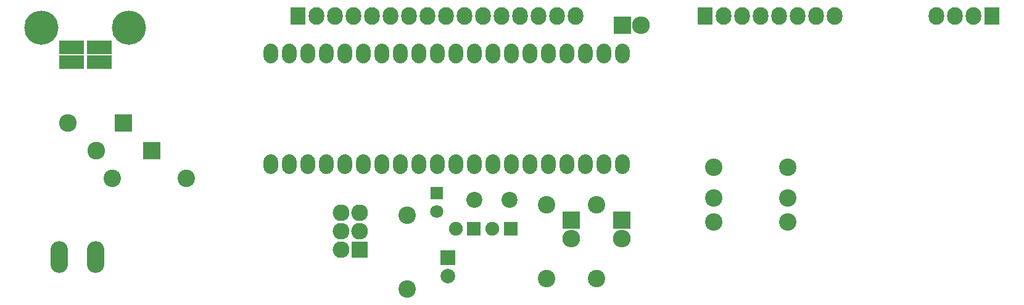
<source format=gbr>
G04 #@! TF.FileFunction,Soldermask,Top*
%FSLAX46Y46*%
G04 Gerber Fmt 4.6, Leading zero omitted, Abs format (unit mm)*
G04 Created by KiCad (PCBNEW 4.0.7+dfsg1-1) date Tue Apr  3 21:00:36 2018*
%MOMM*%
%LPD*%
G01*
G04 APERTURE LIST*
%ADD10C,0.100000*%
%ADD11R,1.800000X1.800000*%
%ADD12C,1.800000*%
%ADD13C,2.398980*%
%ADD14R,2.000000X2.000000*%
%ADD15C,2.000000*%
%ADD16R,1.900000X1.900000*%
%ADD17C,1.900000*%
%ADD18O,2.000000X2.700000*%
%ADD19C,4.700220*%
%ADD20R,3.448000X1.924000*%
%ADD21R,2.127200X2.432000*%
%ADD22O,2.127200X2.432000*%
%ADD23R,2.432000X2.432000*%
%ADD24O,2.432000X2.432000*%
%ADD25R,2.300000X2.300000*%
%ADD26O,2.300000X2.300000*%
%ADD27O,2.381200X4.362400*%
%ADD28C,2.200000*%
%ADD29C,2.432000*%
G04 APERTURE END LIST*
D10*
D11*
X123190000Y-82804000D03*
D12*
X123190000Y-85304000D03*
D13*
X119126000Y-85852000D03*
X119126000Y-96012000D03*
D14*
X124714000Y-91694000D03*
D15*
X124714000Y-94194000D03*
D16*
X128275000Y-87725000D03*
D17*
X125775000Y-87725000D03*
D16*
X133300000Y-87725000D03*
D17*
X130800000Y-87725000D03*
D18*
X100360000Y-78800000D03*
X102900000Y-78800000D03*
X105440000Y-78800000D03*
X107980000Y-78800000D03*
X110520000Y-78800000D03*
X113060000Y-78800000D03*
X115600000Y-78800000D03*
X118140000Y-78800000D03*
X120680000Y-78800000D03*
X123220000Y-78800000D03*
X125760000Y-78800000D03*
X128300000Y-78800000D03*
X130840000Y-78800000D03*
X133380000Y-78800000D03*
X135920000Y-78800000D03*
X138460000Y-78800000D03*
X141000000Y-78800000D03*
X143540000Y-78800000D03*
X146080000Y-78800000D03*
X148620000Y-78800000D03*
X148620000Y-63560000D03*
X146080000Y-63560000D03*
X143540000Y-63560000D03*
X141000000Y-63560000D03*
X138460000Y-63560000D03*
X135920000Y-63560000D03*
X133380000Y-63560000D03*
X130840000Y-63560000D03*
X128300000Y-63560000D03*
X125760000Y-63560000D03*
X123220000Y-63560000D03*
X120680000Y-63560000D03*
X118140000Y-63560000D03*
X115600000Y-63560000D03*
X113060000Y-63560000D03*
X110520000Y-63560000D03*
X107980000Y-63560000D03*
X105440000Y-63560000D03*
X102900000Y-63560000D03*
X100360000Y-63560000D03*
D19*
X80934560Y-60065920D03*
X68915280Y-60065920D03*
D20*
X73045320Y-64770000D03*
X73045320Y-62763400D03*
X76814680Y-62763400D03*
X76814680Y-64770000D03*
D21*
X104120000Y-58400000D03*
D22*
X106660000Y-58400000D03*
X109200000Y-58400000D03*
X111740000Y-58400000D03*
X114280000Y-58400000D03*
X116820000Y-58400000D03*
X119360000Y-58400000D03*
X121900000Y-58400000D03*
X124440000Y-58400000D03*
X126980000Y-58400000D03*
X129520000Y-58400000D03*
X132060000Y-58400000D03*
X134600000Y-58400000D03*
X137140000Y-58400000D03*
X139680000Y-58400000D03*
X142220000Y-58400000D03*
D21*
X160000000Y-58420000D03*
D22*
X162540000Y-58420000D03*
X165080000Y-58420000D03*
X167620000Y-58420000D03*
X170160000Y-58420000D03*
X172700000Y-58420000D03*
X175240000Y-58420000D03*
X177780000Y-58420000D03*
D21*
X199400000Y-58400000D03*
D22*
X196860000Y-58400000D03*
X194320000Y-58400000D03*
X191780000Y-58400000D03*
D23*
X141650000Y-86525000D03*
D24*
X141650000Y-89065000D03*
D23*
X148575000Y-86535000D03*
D24*
X148575000Y-89075000D03*
D23*
X148625000Y-59675000D03*
D24*
X151165000Y-59675000D03*
D25*
X112600000Y-90565000D03*
D26*
X110060000Y-90565000D03*
X112600000Y-88025000D03*
X110060000Y-88025000D03*
X112600000Y-85485000D03*
X110060000Y-85485000D03*
D27*
X71313040Y-91633040D03*
X76313040Y-91633040D03*
D13*
X78613000Y-80772000D03*
X88773000Y-80772000D03*
X171324000Y-79248000D03*
X161164000Y-79248000D03*
X171324000Y-83500000D03*
X161164000Y-83500000D03*
X171324000Y-86800000D03*
X161164000Y-86800000D03*
X145125000Y-94560000D03*
X145125000Y-84400000D03*
X138225000Y-94560000D03*
X138225000Y-84400000D03*
D28*
X128300000Y-83775000D03*
X133181880Y-83775000D03*
D23*
X80137000Y-73152000D03*
D29*
X72517000Y-73152000D03*
D23*
X84074000Y-76962000D03*
D29*
X76454000Y-76962000D03*
M02*

</source>
